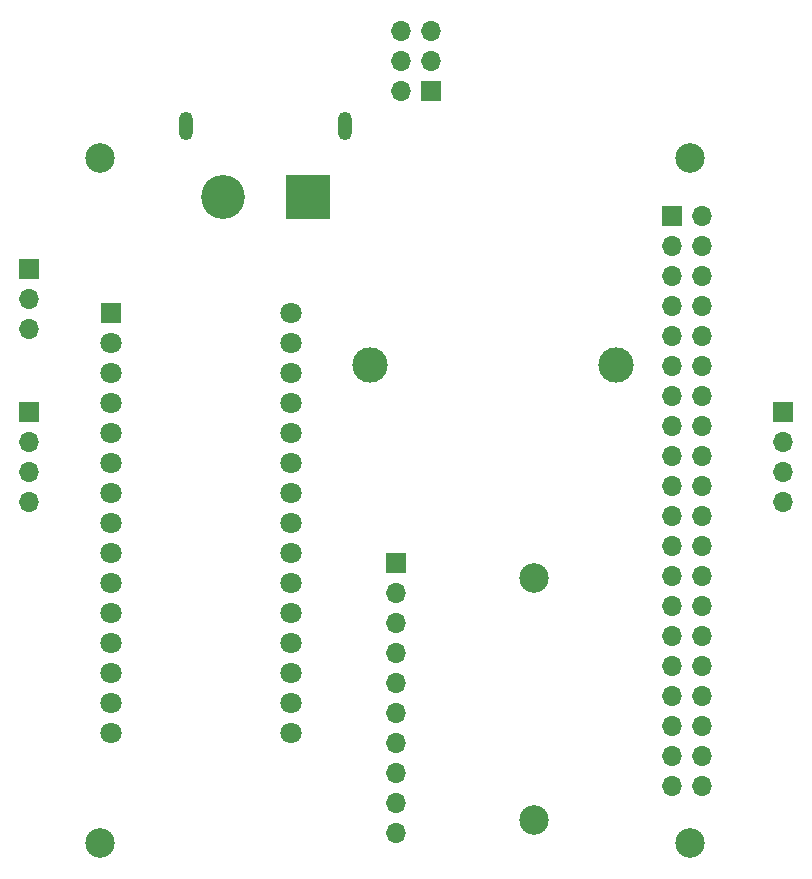
<source format=gbr>
%TF.GenerationSoftware,KiCad,Pcbnew,(6.0.4)*%
%TF.CreationDate,2022-09-19T00:41:07-04:00*%
%TF.ProjectId,Pi_HAT_V2,50695f48-4154-45f5-9632-2e6b69636164,rev?*%
%TF.SameCoordinates,Original*%
%TF.FileFunction,Soldermask,Top*%
%TF.FilePolarity,Negative*%
%FSLAX46Y46*%
G04 Gerber Fmt 4.6, Leading zero omitted, Abs format (unit mm)*
G04 Created by KiCad (PCBNEW (6.0.4)) date 2022-09-19 00:41:07*
%MOMM*%
%LPD*%
G01*
G04 APERTURE LIST*
%ADD10R,1.800000X1.800000*%
%ADD11C,1.800000*%
%ADD12R,1.700000X1.700000*%
%ADD13O,1.700000X1.700000*%
%ADD14C,2.500000*%
%ADD15R,3.716000X3.716000*%
%ADD16C,3.716000*%
%ADD17O,1.200000X2.400000*%
%ADD18C,3.000000*%
G04 APERTURE END LIST*
D10*
%TO.C,TB1*%
X103430000Y-87570000D03*
D11*
X103430000Y-90110000D03*
X103430000Y-92650000D03*
X103430000Y-95190000D03*
X103430000Y-97730000D03*
X103430000Y-100270000D03*
X103430000Y-102810000D03*
X103430000Y-105350000D03*
X103430000Y-107890000D03*
X103430000Y-110430000D03*
X103430000Y-112970000D03*
X103430000Y-115510000D03*
X103430000Y-118050000D03*
X103430000Y-120590000D03*
X103430000Y-123130000D03*
X118670000Y-123130000D03*
X118670000Y-120590000D03*
X118670000Y-118050000D03*
X118670000Y-115510000D03*
X118670000Y-112970000D03*
X118670000Y-110430000D03*
X118670000Y-107890000D03*
X118670000Y-105350000D03*
X118670000Y-102810000D03*
X118670000Y-100270000D03*
X118670000Y-97730000D03*
X118670000Y-95190000D03*
X118670000Y-92650000D03*
X118670000Y-90110000D03*
X118670000Y-87570000D03*
%TD*%
D12*
%TO.C,J3*%
X130565000Y-68775000D03*
D13*
X128025000Y-68775000D03*
X130565000Y-66235000D03*
X128025000Y-66235000D03*
X130565000Y-63695000D03*
X128025000Y-63695000D03*
%TD*%
D14*
%TO.C,H1*%
X152500000Y-74500000D03*
%TD*%
%TO.C,H2*%
X102500000Y-74500000D03*
%TD*%
%TO.C,H3*%
X102500000Y-132500000D03*
%TD*%
D12*
%TO.C,J1*%
X127550000Y-108800000D03*
D13*
X127550000Y-111340000D03*
X127550000Y-113880000D03*
X127550000Y-116420000D03*
X127550000Y-118960000D03*
X127550000Y-121500000D03*
X127550000Y-124040000D03*
X127550000Y-126580000D03*
X127550000Y-129120000D03*
X127550000Y-131660000D03*
%TD*%
D14*
%TO.C,H4*%
X152500000Y-132500000D03*
%TD*%
D12*
%TO.C,J2*%
X151000000Y-79400000D03*
D13*
X153540000Y-79400000D03*
X151000000Y-81940000D03*
X153540000Y-81940000D03*
X151000000Y-84480000D03*
X153540000Y-84480000D03*
X151000000Y-87020000D03*
X153540000Y-87020000D03*
X151000000Y-89560000D03*
X153540000Y-89560000D03*
X151000000Y-92100000D03*
X153540000Y-92100000D03*
X151000000Y-94640000D03*
X153540000Y-94640000D03*
X151000000Y-97180000D03*
X153540000Y-97180000D03*
X151000000Y-99720000D03*
X153540000Y-99720000D03*
X151000000Y-102260000D03*
X153540000Y-102260000D03*
X151000000Y-104800000D03*
X153540000Y-104800000D03*
X151000000Y-107340000D03*
X153540000Y-107340000D03*
X151000000Y-109880000D03*
X153540000Y-109880000D03*
X151000000Y-112420000D03*
X153540000Y-112420000D03*
X151000000Y-114960000D03*
X153540000Y-114960000D03*
X151000000Y-117500000D03*
X153540000Y-117500000D03*
X151000000Y-120040000D03*
X153540000Y-120040000D03*
X151000000Y-122580000D03*
X153540000Y-122580000D03*
X151000000Y-125120000D03*
X153540000Y-125120000D03*
X151000000Y-127660000D03*
X153540000Y-127660000D03*
%TD*%
D12*
%TO.C,J4*%
X96550000Y-96000000D03*
D13*
X96550000Y-98540000D03*
X96550000Y-101080000D03*
X96550000Y-103620000D03*
%TD*%
D15*
%TO.C,J5*%
X120150000Y-77750000D03*
D16*
X112950000Y-77750000D03*
D17*
X123300000Y-71750000D03*
X109800000Y-71750000D03*
%TD*%
D14*
%TO.C,H5*%
X139300000Y-110000000D03*
%TD*%
%TO.C,H6*%
X139300000Y-130500000D03*
%TD*%
D18*
%TO.C,L2*%
X125400000Y-92000000D03*
X146200000Y-92000000D03*
%TD*%
D12*
%TO.C,J6*%
X160350000Y-96000000D03*
D13*
X160350000Y-98540000D03*
X160350000Y-101080000D03*
X160350000Y-103620000D03*
%TD*%
D12*
%TO.C,J7*%
X96550000Y-83875000D03*
D13*
X96550000Y-86415000D03*
X96550000Y-88955000D03*
%TD*%
M02*

</source>
